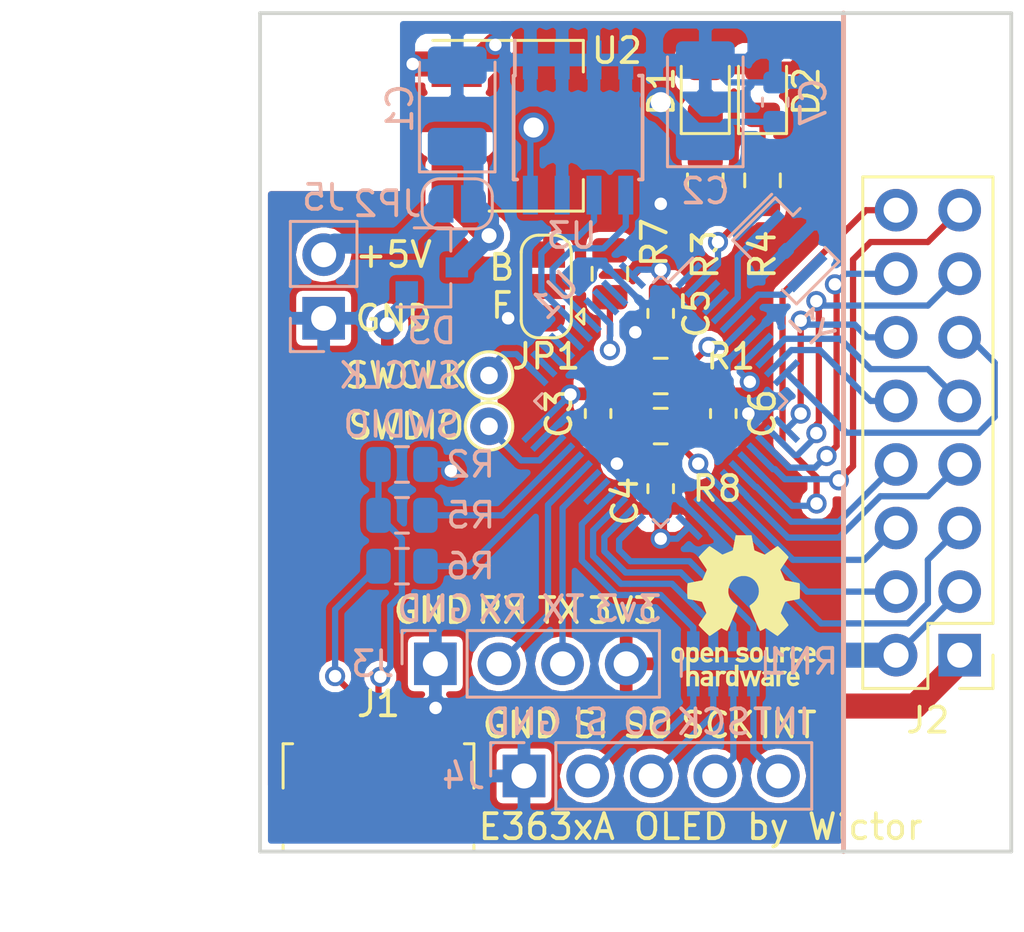
<source format=kicad_pcb>
(kicad_pcb (version 20171130) (host pcbnew 5.0.2+dfsg1-1)
  (title_block (title "E3634A OLED") (rev A) (comment 3 "Released as open source hardware") (comment 4 "Licensed under CERN Open Hardware Licence v1.2 "))
  (layers (0 F.Cu signal) (31 B.Cu signal hide) (34 B.Paste user hide) (35 F.Paste user hide) (36 B.SilkS user hide) (37 F.SilkS user) (38 B.Mask user hide) (39 F.Mask user hide) (44 Edge.Cuts user))
  (net 0 "")
  (net 1 GND)
  (net 2 +3V3)
  (net 3 "Net-(D1-Pad1)")
  (net 4 "Net-(D2-Pad1)")
  (net 5 VBUS)
  (net 6 "Net-(J1-Pad2)")
  (net 7 "Net-(J1-Pad3)")
  (net 8 /DB0)
  (net 9 /DB1)
  (net 10 /DB2)
  (net 11 /DB3)
  (net 12 /DB4)
  (net 13 /DB5)
  (net 14 /DB6)
  (net 15 /DB7)
  (net 16 /RD)
  (net 17 /WR)
  (net 18 /Reset)
  (net 19 /CS)
  (net 20 /USART_RX)
  (net 21 /USART_TX)
  (net 22 /SPI_INT)
  (net 23 /SPI_SCK)
  (net 24 /SPI_MISO)
  (net 25 /SPI_MOSI)
  (net 26 "Net-(JP1-Pad2)")
  (net 27 "Net-(R1-Pad2)")
  (net 28 /PC13)
  (net 29 /USBDP)
  (net 30 /USBDN)
  (net 31 /BOOT0)
  (net 32 /BOOT1)
  (net 33 "Net-(U1-Pad5)")
  (net 34 "Net-(U1-Pad6)")
  (net 35 /Vin)
  (net 36 "Net-(RN1-Pad7)")
  (net 37 "Net-(RN1-Pad8)")
  (net 38 "Net-(RN1-Pad6)")
  (net 39 "Net-(RN1-Pad5)")
  (net 40 /SCL)
  (net 41 /SDA)
  (net 42 "Net-(J1-Pad4)")
  (net 43 "Net-(U1-Pad1)")
  (net 44 "Net-(U1-Pad3)")
  (net 45 "Net-(U1-Pad4)")
  (net 46 "Net-(U1-Pad29)")
  (net 47 "Net-(U1-Pad38)")
  (net 48 "Net-(U1-Pad39)")
  (net 49 "Net-(U1-Pad40)")
  (net 50 "Net-(U1-Pad41)")
  (net 51 "Net-(U1-Pad45)")
  (net 52 "Net-(U1-Pad46)")
  (net 53 /SWCLK)
  (net 54 /SWDIO)
  (net 55 +5V)
  (module Connector_USB:USB_Micro-B_Molex_47346-0001 (layer F.Cu) (at 54.73022 70.90306)
    (fp_text reference J1 (at 0 -3.3 -180) (layer F.SilkS))
    (fp_text value USB_B_Micro)
    (pad 6 smd rect (at 0.84 1.2) (size 1.175 1.9) (layers F.Cu F.Paste F.Mask) (net 1 GND))
    (pad 6 smd rect (at -0.84 1.2) (size 1.175 1.9) (layers F.Cu F.Paste F.Mask) (net 1 GND))
    (pad 6 smd rect (at 2.91 1.2) (size 2.375 1.9) (layers F.Cu F.Paste F.Mask) (net 1 GND))
    (pad 6 smd rect (at -2.91 1.2) (size 2.375 1.9) (layers F.Cu F.Paste F.Mask) (net 1 GND))
    (pad 6 smd rect (at 2.4625 -1.1) (size 1.475 2.1) (layers F.Cu F.Paste F.Mask) (net 1 GND))
    (pad 6 smd rect (at -2.4625 -1.1) (size 1.475 2.1) (layers F.Cu F.Paste F.Mask) (net 1 GND))
    (pad 5 smd rect (at 1.3 -1.46) (size 0.45 1.38) (layers F.Cu F.Paste F.Mask) (net 1 GND))
    (pad 4 smd rect (at 0.65 -1.46) (size 0.45 1.38) (layers F.Cu F.Paste F.Mask) (net 42 "Net-(J1-Pad4)"))
    (pad 3 smd rect (at 0 -1.46) (size 0.45 1.38) (layers F.Cu F.Paste F.Mask) (net 7 "Net-(J1-Pad3)"))
    (pad 2 smd rect (at -0.65 -1.46) (size 0.45 1.38) (layers F.Cu F.Paste F.Mask) (net 6 "Net-(J1-Pad2)"))
    (pad 1 smd rect (at -1.3 -1.46) (size 0.45 1.38) (layers F.Cu F.Paste F.Mask) (net 5 VBUS))
  )
  (module Connector_PinHeader_2.54mm:PinHeader_1x04_P2.54mm_Vertical (layer B.Cu) (at 57 66 270)
    (fp_text reference J3 (at 0 2.5) (layer B.SilkS) (effects (justify mirror)))
    (fp_text value UART)
    (pad 4 thru_hole oval (at 0 -7.62 270) (size 1.7 1.7) (drill 1) (layers *.Cu *.Mask) (net 2 +3V3))
    (pad 3 thru_hole oval (at 0 -5.08 270) (size 1.7 1.7) (drill 1) (layers *.Cu *.Mask) (net 21 /USART_TX))
    (pad 2 thru_hole oval (at 0 -2.54 270) (size 1.7 1.7) (drill 1) (layers *.Cu *.Mask) (net 20 /USART_RX))
    (pad 1 thru_hole rect (at 0 0 270) (size 1.7 1.7) (drill 1) (layers *.Cu *.Mask) (net 1 GND))
  )
  (module Connector_PinHeader_2.54mm:PinHeader_2x08_P2.54mm_Vertical (layer F.Cu) (at 77.94 65.654 180)
    (fp_text reference J2 (at 1.27 -2.6 180) (layer F.SilkS))
    (fp_text value DISPLAY)
    (pad 16 thru_hole oval (at 2.54 17.78 180) (size 1.7 1.7) (drill 1) (layers *.Cu *.Mask) (net 15 /DB7))
    (pad 15 thru_hole oval (at 0 17.78 180) (size 1.7 1.7) (drill 1) (layers *.Cu *.Mask) (net 14 /DB6))
    (pad 14 thru_hole oval (at 2.54 15.24 180) (size 1.7 1.7) (drill 1) (layers *.Cu *.Mask) (net 13 /DB5))
    (pad 13 thru_hole oval (at 0 15.24 180) (size 1.7 1.7) (drill 1) (layers *.Cu *.Mask) (net 12 /DB4))
    (pad 12 thru_hole oval (at 2.54 12.7 180) (size 1.7 1.7) (drill 1) (layers *.Cu *.Mask) (net 11 /DB3))
    (pad 11 thru_hole oval (at 0 12.7 180) (size 1.7 1.7) (drill 1) (layers *.Cu *.Mask) (net 10 /DB2))
    (pad 10 thru_hole oval (at 2.54 10.16 180) (size 1.7 1.7) (drill 1) (layers *.Cu *.Mask) (net 9 /DB1))
    (pad 9 thru_hole oval (at 0 10.16 180) (size 1.7 1.7) (drill 1) (layers *.Cu *.Mask) (net 8 /DB0))
    (pad 8 thru_hole oval (at 2.54 7.62 180) (size 1.7 1.7) (drill 1) (layers *.Cu *.Mask) (net 16 /RD))
    (pad 7 thru_hole oval (at 0 7.62 180) (size 1.7 1.7) (drill 1) (layers *.Cu *.Mask) (net 17 /WR))
    (pad 6 thru_hole oval (at 2.54 5.08 180) (size 1.7 1.7) (drill 1) (layers *.Cu *.Mask) (net 32 /BOOT1))
    (pad 5 thru_hole oval (at 0 5.08 180) (size 1.7 1.7) (drill 1) (layers *.Cu *.Mask) (net 19 /CS))
    (pad 4 thru_hole oval (at 2.54 2.54 180) (size 1.7 1.7) (drill 1) (layers *.Cu *.Mask) (net 18 /Reset))
    (pad 3 thru_hole oval (at 0 2.54 180) (size 1.7 1.7) (drill 1) (layers *.Cu *.Mask) (net 1 GND))
    (pad 2 thru_hole oval (at 2.54 0 180) (size 1.7 1.7) (drill 1) (layers *.Cu *.Mask) (net 1 GND))
    (pad 1 thru_hole rect (at 0 0 180) (size 1.7 1.7) (drill 1) (layers *.Cu *.Mask) (net 2 +3V3))
  )
  (module Capacitor_SMD:C_0603_1608Metric (layer F.Cu) (at 63.5 56 270)
    (fp_text reference C3 (at 0.002 1.562 270) (layer F.SilkS))
    (fp_text value 0.1uF)
    (pad 1 smd roundrect (at -0.7875 0 270) (size 0.875 0.95) (layers F.Cu F.Paste F.Mask) (net 2 +3V3))
    (pad 2 smd roundrect (at 0.7875 0 270) (size 0.875 0.95) (layers F.Cu F.Paste F.Mask) (net 1 GND))
  )
  (module Capacitor_SMD:C_0603_1608Metric (layer F.Cu) (at 66 59 90)
    (fp_text reference C4 (at -0.5 -1.43 90) (layer F.SilkS))
    (fp_text value 0.1uF)
    (pad 2 smd roundrect (at 0.7875 0 90) (size 0.875 0.95) (layers F.Cu F.Paste F.Mask) (net 1 GND))
    (pad 1 smd roundrect (at -0.7875 0 90) (size 0.875 0.95) (layers F.Cu F.Paste F.Mask) (net 2 +3V3))
  )
  (module Capacitor_SMD:C_0603_1608Metric (layer F.Cu) (at 66 52 270)
    (fp_text reference C5 (at 0 -1.43 270) (layer F.SilkS))
    (fp_text value 0.1uF)
    (pad 1 smd roundrect (at -0.7875 0 270) (size 0.875 0.95) (layers F.Cu F.Paste F.Mask) (net 2 +3V3))
    (pad 2 smd roundrect (at 0.7875 0 270) (size 0.875 0.95) (layers F.Cu F.Paste F.Mask) (net 1 GND))
  )
  (module Capacitor_SMD:C_0603_1608Metric (layer F.Cu) (at 68.5 56 270)
    (fp_text reference C6 (at 0.002 -1.566 270) (layer F.SilkS))
    (fp_text value 0.1uF)
    (pad 2 smd roundrect (at 0.7875 0 270) (size 0.875 0.95) (layers F.Cu F.Paste F.Mask) (net 1 GND))
    (pad 1 smd roundrect (at -0.7875 0 270) (size 0.875 0.95) (layers F.Cu F.Paste F.Mask) (net 2 +3V3))
  )
  (module LED_SMD:LED_0805_2012Metric (layer F.Cu) (at 67.78 43.1265 90)
    (fp_text reference D1 (at 0 -1.75 90) (layer F.SilkS))
    (fp_text value PWR)
    (pad 2 smd roundrect (at 0.9375 0 90) (size 0.975 1.4) (layers F.Cu F.Paste F.Mask) (net 2 +3V3))
    (pad 1 smd roundrect (at -0.9375 0 90) (size 0.975 1.4) (layers F.Cu F.Paste F.Mask) (net 3 "Net-(D1-Pad1)"))
  )
  (module LED_SMD:LED_0805_2012Metric (layer F.Cu) (at 70.066 43.1265 90)
    (fp_text reference D2 (at 0 1.75 90) (layer F.SilkS))
    (fp_text value STATUS)
    (pad 1 smd roundrect (at -0.9375 0 90) (size 0.975 1.4) (layers F.Cu F.Paste F.Mask) (net 4 "Net-(D2-Pad1)"))
    (pad 2 smd roundrect (at 0.9375 0 90) (size 0.975 1.4) (layers F.Cu F.Paste F.Mask) (net 2 +3V3))
  )
  (module Package_TO_SOT_SMD:SOT-23 (layer B.Cu) (at 56.858 50.16)
    (fp_text reference D3 (at 0 2.54 180) (layer B.SilkS) (effects (justify mirror)))
    (fp_text value BAT54C)
    (pad 1 smd rect (at -1 0.95) (size 0.9 0.8) (layers B.Cu B.Paste B.Mask) (net 5 VBUS))
    (pad 2 smd rect (at -1 -0.95) (size 0.9 0.8) (layers B.Cu B.Paste B.Mask) (net 55 +5V))
    (pad 3 smd rect (at 1 0) (size 0.9 0.8) (layers B.Cu B.Paste B.Mask) (net 35 /Vin))
  )
  (module Jumper:SolderJumper-3_P1.3mm_Open_RoundedPad1.0x1.5mm (layer F.Cu) (at 61.43 50.922 90)
    (fp_text reference JP1 (at -2.794 0 180) (layer F.SilkS))
    (fp_text value BOOT)
    (pad 1 smd custom (at -1.3 0 90) (size 1 0.5) (layers F.Cu F.Mask) (net 1 GND) (options (clearance outline) (anchor rect)) (primitives (gr_circle (center 0 0.25) (end 0.5 0.25) (width 0)) (gr_circle (center 0 -0.25) (end 0.5 -0.25) (width 0)) (gr_poly (pts (xy 0.55 -0.75) (xy 0 -0.75) (xy 0 0.75) (xy 0.55 0.75)) (width 0))))
    (pad 3 smd custom (at 1.3 0 90) (size 1 0.5) (layers F.Cu F.Mask) (net 2 +3V3) (options (clearance outline) (anchor rect)) (primitives (gr_circle (center 0 0.25) (end 0.5 0.25) (width 0)) (gr_circle (center 0 -0.25) (end 0.5 -0.25) (width 0)) (gr_poly (pts (xy -0.55 -0.75) (xy 0 -0.75) (xy 0 0.75) (xy -0.55 0.75)) (width 0))))
    (pad 2 smd rect (at 0 0 90) (size 1 1.5) (layers F.Cu F.Mask) (net 26 "Net-(JP1-Pad2)"))
  )
  (module Resistor_SMD:R_0805_2012Metric (layer F.Cu) (at 66 54.5)
    (fp_text reference R1 (at 2.796 -0.784) (layer F.SilkS))
    (fp_text value 100k)
    (pad 2 smd roundrect (at 0.9375 0) (size 0.975 1.4) (layers F.Cu F.Paste F.Mask) (net 27 "Net-(R1-Pad2)"))
    (pad 1 smd roundrect (at -0.9375 0) (size 0.975 1.4) (layers F.Cu F.Paste F.Mask) (net 2 +3V3))
  )
  (module Resistor_SMD:R_0805_2012Metric (layer B.Cu) (at 55.6665 58.034)
    (fp_text reference R2 (at 2.7409 0) (layer B.SilkS) (effects (justify mirror)))
    (fp_text value 1K5)
    (pad 1 smd roundrect (at -0.9375 0) (size 0.975 1.4) (layers B.Cu B.Paste B.Mask) (net 7 "Net-(J1-Pad3)"))
    (pad 2 smd roundrect (at 0.9375 0) (size 0.975 1.4) (layers B.Cu B.Paste B.Mask) (net 2 +3V3))
  )
  (module Resistor_SMD:R_0805_2012Metric (layer F.Cu) (at 67.78 46.6825 270)
    (fp_text reference R3 (at 2.9695 0 270) (layer F.SilkS))
    (fp_text value 1K)
    (pad 1 smd roundrect (at -0.9375 0 270) (size 0.975 1.4) (layers F.Cu F.Paste F.Mask) (net 3 "Net-(D1-Pad1)"))
    (pad 2 smd roundrect (at 0.9375 0 270) (size 0.975 1.4) (layers F.Cu F.Paste F.Mask) (net 1 GND))
  )
  (module Resistor_SMD:R_0805_2012Metric (layer F.Cu) (at 70.066 46.6825 270)
    (fp_text reference R4 (at 2.9695 0 270) (layer F.SilkS))
    (fp_text value 1K)
    (pad 1 smd roundrect (at -0.9375 0 270) (size 0.975 1.4) (layers F.Cu F.Paste F.Mask) (net 4 "Net-(D2-Pad1)"))
    (pad 2 smd roundrect (at 0.9375 0 270) (size 0.975 1.4) (layers F.Cu F.Paste F.Mask) (net 28 /PC13))
  )
  (module Resistor_SMD:R_0805_2012Metric (layer B.Cu) (at 55.666499 60.066 180)
    (fp_text reference R5 (at -2.75 0 180) (layer B.SilkS) (effects (justify mirror)))
    (fp_text value 22R)
    (pad 2 smd roundrect (at 0.937501 0 180) (size 0.975 1.4) (layers B.Cu B.Paste B.Mask) (net 7 "Net-(J1-Pad3)"))
    (pad 1 smd roundrect (at -0.937501 0 180) (size 0.975 1.4) (layers B.Cu B.Paste B.Mask) (net 29 /USBDP))
  )
  (module Resistor_SMD:R_0805_2012Metric (layer B.Cu) (at 55.6665 62.098 180)
    (fp_text reference R6 (at -2.73304 0 180) (layer B.SilkS) (effects (justify mirror)))
    (fp_text value 22R)
    (pad 2 smd roundrect (at 0.9375 0 180) (size 0.975 1.4) (layers B.Cu B.Paste B.Mask) (net 6 "Net-(J1-Pad2)"))
    (pad 1 smd roundrect (at -0.9375 0 180) (size 0.975 1.4) (layers B.Cu B.Paste B.Mask) (net 30 /USBDN))
  )
  (module Resistor_SMD:R_0805_2012Metric (layer F.Cu) (at 63.97 50.414 270)
    (fp_text reference R7 (at -1.25 -1.778 270) (layer F.SilkS))
    (fp_text value 100k)
    (pad 1 smd roundrect (at -0.9375 0 270) (size 0.975 1.4) (layers F.Cu F.Paste F.Mask) (net 26 "Net-(JP1-Pad2)"))
    (pad 2 smd roundrect (at 0.9375 0 270) (size 0.975 1.4) (layers F.Cu F.Paste F.Mask) (net 31 /BOOT0))
  )
  (module Resistor_SMD:R_0805_2012Metric (layer F.Cu) (at 66 56.5)
    (fp_text reference R8 (at 2.25 2.5) (layer F.SilkS))
    (fp_text value 100k)
    (pad 2 smd roundrect (at 0.9375 0) (size 0.975 1.4) (layers F.Cu F.Paste F.Mask) (net 32 /BOOT1))
    (pad 1 smd roundrect (at -0.9375 0) (size 0.975 1.4) (layers F.Cu F.Paste F.Mask) (net 1 GND))
  )
  (module Package_QFP:LQFP-48_7x7mm_P0.5mm (layer B.Cu) (at 66 55.5 225)
    (fp_text reference U1 (at 0 6 225) (layer B.SilkS) (effects (justify mirror)))
    (fp_text value STM32F103C8Tx)
    (pad 1 smd rect (at -4.35 2.75 225) (size 1.3 0.25) (layers B.Cu B.Paste B.Mask) (net 43 "Net-(U1-Pad1)"))
    (pad 2 smd rect (at -4.35 2.25 225) (size 1.3 0.25) (layers B.Cu B.Paste B.Mask) (net 28 /PC13))
    (pad 3 smd rect (at -4.35 1.749999 225) (size 1.3 0.25) (layers B.Cu B.Paste B.Mask) (net 44 "Net-(U1-Pad3)"))
    (pad 4 smd rect (at -4.35 1.25 225) (size 1.3 0.25) (layers B.Cu B.Paste B.Mask) (net 45 "Net-(U1-Pad4)"))
    (pad 5 smd rect (at -4.35 0.750001 225) (size 1.3 0.25) (layers B.Cu B.Paste B.Mask) (net 33 "Net-(U1-Pad5)"))
    (pad 6 smd rect (at -4.35 0.25 225) (size 1.3 0.25) (layers B.Cu B.Paste B.Mask) (net 34 "Net-(U1-Pad6)"))
    (pad 7 smd rect (at -4.35 -0.25 225) (size 1.3 0.25) (layers B.Cu B.Paste B.Mask) (net 27 "Net-(R1-Pad2)"))
    (pad 8 smd rect (at -4.35 -0.750001 225) (size 1.3 0.25) (layers B.Cu B.Paste B.Mask) (net 1 GND))
    (pad 9 smd rect (at -4.35 -1.25 225) (size 1.3 0.25) (layers B.Cu B.Paste B.Mask) (net 2 +3V3))
    (pad 10 smd rect (at -4.35 -1.749999 225) (size 1.3 0.25) (layers B.Cu B.Paste B.Mask) (net 8 /DB0))
    (pad 11 smd rect (at -4.35 -2.25 225) (size 1.3 0.25) (layers B.Cu B.Paste B.Mask) (net 9 /DB1))
    (pad 12 smd rect (at -4.35 -2.75 225) (size 1.3 0.25) (layers B.Cu B.Paste B.Mask) (net 10 /DB2))
    (pad 13 smd rect (at -2.75 -4.35 135) (size 1.3 0.25) (layers B.Cu B.Paste B.Mask) (net 11 /DB3))
    (pad 14 smd rect (at -2.25 -4.35 135) (size 1.3 0.25) (layers B.Cu B.Paste B.Mask) (net 12 /DB4))
    (pad 15 smd rect (at -1.749999 -4.35 135) (size 1.3 0.25) (layers B.Cu B.Paste B.Mask) (net 13 /DB5))
    (pad 16 smd rect (at -1.25 -4.35 135) (size 1.3 0.25) (layers B.Cu B.Paste B.Mask) (net 14 /DB6))
    (pad 17 smd rect (at -0.750001 -4.35 135) (size 1.3 0.25) (layers B.Cu B.Paste B.Mask) (net 15 /DB7))
    (pad 18 smd rect (at -0.25 -4.35 135) (size 1.3 0.25) (layers B.Cu B.Paste B.Mask) (net 16 /RD))
    (pad 19 smd rect (at 0.25 -4.35 135) (size 1.3 0.25) (layers B.Cu B.Paste B.Mask) (net 17 /WR))
    (pad 20 smd rect (at 0.750001 -4.35 135) (size 1.3 0.25) (layers B.Cu B.Paste B.Mask) (net 32 /BOOT1))
    (pad 21 smd rect (at 1.25 -4.35 135) (size 1.3 0.25) (layers B.Cu B.Paste B.Mask) (net 18 /Reset))
    (pad 22 smd rect (at 1.749999 -4.35 135) (size 1.3 0.25) (layers B.Cu B.Paste B.Mask) (net 19 /CS))
    (pad 23 smd rect (at 2.25 -4.35 135) (size 1.3 0.25) (layers B.Cu B.Paste B.Mask) (net 1 GND))
    (pad 24 smd rect (at 2.75 -4.35 135) (size 1.3 0.25) (layers B.Cu B.Paste B.Mask) (net 2 +3V3))
    (pad 25 smd rect (at 4.35 -2.75 225) (size 1.3 0.25) (layers B.Cu B.Paste B.Mask) (net 37 "Net-(RN1-Pad8)"))
    (pad 26 smd rect (at 4.35 -2.25 225) (size 1.3 0.25) (layers B.Cu B.Paste B.Mask) (net 36 "Net-(RN1-Pad7)"))
    (pad 27 smd rect (at 4.35 -1.749999 225) (size 1.3 0.25) (layers B.Cu B.Paste B.Mask) (net 38 "Net-(RN1-Pad6)"))
    (pad 28 smd rect (at 4.35 -1.25 225) (size 1.3 0.25) (layers B.Cu B.Paste B.Mask) (net 39 "Net-(RN1-Pad5)"))
    (pad 29 smd rect (at 4.35 -0.750001 225) (size 1.3 0.25) (layers B.Cu B.Paste B.Mask) (net 46 "Net-(U1-Pad29)"))
    (pad 30 smd rect (at 4.35 -0.25 225) (size 1.3 0.25) (layers B.Cu B.Paste B.Mask) (net 21 /USART_TX))
    (pad 31 smd rect (at 4.35 0.25 225) (size 1.3 0.25) (layers B.Cu B.Paste B.Mask) (net 20 /USART_RX))
    (pad 32 smd rect (at 4.35 0.750001 225) (size 1.3 0.25) (layers B.Cu B.Paste B.Mask) (net 30 /USBDN))
    (pad 33 smd rect (at 4.35 1.25 225) (size 1.3 0.25) (layers B.Cu B.Paste B.Mask) (net 29 /USBDP))
    (pad 34 smd rect (at 4.35 1.749999 225) (size 1.3 0.25) (layers B.Cu B.Paste B.Mask) (net 54 /SWDIO))
    (pad 35 smd rect (at 4.35 2.25 225) (size 1.3 0.25) (layers B.Cu B.Paste B.Mask) (net 1 GND))
    (pad 36 smd rect (at 4.35 2.75 225) (size 1.3 0.25) (layers B.Cu B.Paste B.Mask) (net 2 +3V3))
    (pad 37 smd rect (at 2.75 4.35 135) (size 1.3 0.25) (layers B.Cu B.Paste B.Mask) (net 53 /SWCLK))
    (pad 38 smd rect (at 2.25 4.35 135) (size 1.3 0.25) (layers B.Cu B.Paste B.Mask) (net 47 "Net-(U1-Pad38)"))
    (pad 39 smd rect (at 1.749999 4.35 135) (size 1.3 0.25) (layers B.Cu B.Paste B.Mask) (net 48 "Net-(U1-Pad39)"))
    (pad 40 smd rect (at 1.25 4.35 135) (size 1.3 0.25) (layers B.Cu B.Paste B.Mask) (net 49 "Net-(U1-Pad40)"))
    (pad 41 smd rect (at 0.750001 4.35 135) (size 1.3 0.25) (layers B.Cu B.Paste B.Mask) (net 50 "Net-(U1-Pad41)"))
    (pad 42 smd rect (at 0.25 4.35 135) (size 1.3 0.25) (layers B.Cu B.Paste B.Mask) (net 40 /SCL))
    (pad 43 smd rect (at -0.25 4.35 135) (size 1.3 0.25) (layers B.Cu B.Paste B.Mask) (net 41 /SDA))
    (pad 44 smd rect (at -0.750001 4.35 135) (size 1.3 0.25) (layers B.Cu B.Paste B.Mask) (net 31 /BOOT0))
    (pad 45 smd rect (at -1.25 4.35 135) (size 1.3 0.25) (layers B.Cu B.Paste B.Mask) (net 51 "Net-(U1-Pad45)"))
    (pad 46 smd rect (at -1.749999 4.35 135) (size 1.3 0.25) (layers B.Cu B.Paste B.Mask) (net 52 "Net-(U1-Pad46)"))
    (pad 47 smd rect (at -2.25 4.35 135) (size 1.3 0.25) (layers B.Cu B.Paste B.Mask) (net 1 GND))
    (pad 48 smd rect (at -2.75 4.35 135) (size 1.3 0.25) (layers B.Cu B.Paste B.Mask) (net 2 +3V3))
  )
  (module Package_TO_SOT_SMD:SOT-223-3_TabPin2 (layer F.Cu) (at 61 44.5)
    (fp_text reference U2 (at 3.25 -3) (layer F.SilkS))
    (fp_text value LM1117-3.3)
    (pad 2 smd rect (at 3.15 0) (size 2 3.8) (layers F.Cu F.Paste F.Mask) (net 2 +3V3))
    (pad 2 smd rect (at -3.15 0) (size 2 1.5) (layers F.Cu F.Paste F.Mask) (net 2 +3V3))
    (pad 3 smd rect (at -3.15 2.3) (size 2 1.5) (layers F.Cu F.Paste F.Mask) (net 35 /Vin))
    (pad 1 smd rect (at -3.15 -2.3) (size 2 1.5) (layers F.Cu F.Paste F.Mask) (net 1 GND))
  )
  (module Crystal:Resonator_SMD_muRata_CSTxExxV-3Pin_3.0x1.1mm (layer B.Cu) (at 71 49.5 315)
    (fp_text reference Y1 (at 2.828427 1.414214 315) (layer B.SilkS) (effects (justify mirror)))
    (fp_text value 8M)
    (pad 1 smd rect (at -1.2 0 315) (size 0.4 1.9) (layers B.Cu B.Paste B.Mask) (net 33 "Net-(U1-Pad5)"))
    (pad 2 smd rect (at 0 0 315) (size 0.4 1.9) (layers B.Cu B.Paste B.Mask) (net 1 GND))
    (pad 3 smd rect (at 1.2 0 315) (size 0.4 1.9) (layers B.Cu B.Paste B.Mask) (net 34 "Net-(U1-Pad6)"))
  )
  (module MountingHole:MountingHole_3.2mm_M3_ISO14580 (layer F.Cu) (at 52.5 42.5)
    (fp_text reference MH1 hide)
    (fp_text value MountingHole)
    (pad 1 np_thru_hole circle (at 0 0) (size 3.2 3.2) (drill 3.2) (layers *.Cu *.Mask))
  )
  (module MountingHole:MountingHole_3.2mm_M3_ISO14580 (layer F.Cu) (at 77.5 42.5)
    (fp_text reference MH2 hide)
    (fp_text value MountingHole)
    (pad 1 np_thru_hole circle (at 0 0) (size 3.2 3.2) (drill 3.2) (layers *.Cu *.Mask))
  )
  (module MountingHole:MountingHole_3.2mm_M3_ISO14580 (layer F.Cu) (at 77.5 71)
    (fp_text reference MH3 hide)
    (fp_text value MountingHole)
    (pad 1 np_thru_hole circle (at 0 0) (size 3.2 3.2) (drill 3.2) (layers *.Cu *.Mask))
  )
  (module Capacitor_Tantalum_SMD:CP_EIA-3528-21_Kemet-B_Pad1.50x2.35mm_HandSolder (layer B.Cu) (at 57.874 43.709 90)
    (fp_text reference C1 (at -0.101 -2.286 90) (layer B.SilkS) (effects (justify mirror)))
    (fp_text value 47uF)
    (pad 2 smd roundrect (at 1.625 0 90) (size 1.5 2.35) (layers B.Cu B.Paste B.Mask) (roundrect_rratio 0.166667) (net 1 GND))
    (pad 1 smd roundrect (at -1.625 0 90) (size 1.5 2.35) (layers B.Cu B.Paste B.Mask) (roundrect_rratio 0.166667) (net 35 /Vin))
  )
  (module Capacitor_Tantalum_SMD:CP_EIA-3528-21_Kemet-B_Pad1.50x2.35mm_HandSolder (layer B.Cu) (at 67.78 43.5 90)
    (fp_text reference C2 (at -3.612 0 180) (layer B.SilkS) (effects (justify mirror)))
    (fp_text value 47uF)
    (pad 1 smd roundrect (at -1.625 0 90) (size 1.5 2.35) (layers B.Cu B.Paste B.Mask) (roundrect_rratio 0.166667) (net 2 +3V3))
    (pad 2 smd roundrect (at 1.625 0 90) (size 1.5 2.35) (layers B.Cu B.Paste B.Mask) (roundrect_rratio 0.166667) (net 1 GND))
  )
  (module Resistor_SMD:R_Array_Convex_4x0603 (layer B.Cu) (at 68.5 66 90)
    (fp_text reference RN1 (at 0.092 3.09 180) (layer B.SilkS) (effects (justify mirror)))
    (fp_text value 10K)
    (pad 1 smd rect (at -0.9 1.2 90) (size 0.8 0.5) (layers B.Cu B.Paste B.Mask) (net 22 /SPI_INT))
    (pad 3 smd rect (at -0.9 -0.4 90) (size 0.8 0.4) (layers B.Cu B.Paste B.Mask) (net 24 /SPI_MISO))
    (pad 2 smd rect (at -0.9 0.4 90) (size 0.8 0.4) (layers B.Cu B.Paste B.Mask) (net 23 /SPI_SCK))
    (pad 4 smd rect (at -0.9 -1.2 90) (size 0.8 0.5) (layers B.Cu B.Paste B.Mask) (net 25 /SPI_MOSI))
    (pad 7 smd rect (at 0.9 0.4 90) (size 0.8 0.4) (layers B.Cu B.Paste B.Mask) (net 36 "Net-(RN1-Pad7)"))
    (pad 8 smd rect (at 0.9 1.2 90) (size 0.8 0.5) (layers B.Cu B.Paste B.Mask) (net 37 "Net-(RN1-Pad8)"))
    (pad 6 smd rect (at 0.9 -0.4 90) (size 0.8 0.4) (layers B.Cu B.Paste B.Mask) (net 38 "Net-(RN1-Pad6)"))
    (pad 5 smd rect (at 0.9 -1.2 90) (size 0.8 0.5) (layers B.Cu B.Paste B.Mask) (net 39 "Net-(RN1-Pad5)"))
  )
  (module Capacitor_SMD:C_0603_1608Metric (layer B.Cu) (at 70.574 43.556 90)
    (fp_text reference C7 (at -0.015001 1.524 90) (layer B.SilkS) (effects (justify mirror)))
    (fp_text value 0.1uF)
    (pad 1 smd roundrect (at -0.7875 0 90) (size 0.875 0.95) (layers B.Cu B.Paste B.Mask) (net 2 +3V3))
    (pad 2 smd roundrect (at 0.7875 0 90) (size 0.875 0.95) (layers B.Cu B.Paste B.Mask) (net 1 GND))
  )
  (module Package_SO:SOIC-8_3.9x4.9mm_P1.27mm (layer B.Cu) (at 62.7 44.572 270)
    (fp_text reference U3 (at 4.318 0.254) (layer B.SilkS) (effects (justify mirror)))
    (fp_text value AT24C02)
    (pad 1 smd rect (at -2.7 1.905 270) (size 1.55 0.6) (layers B.Cu B.Paste B.Mask) (net 1 GND))
    (pad 2 smd rect (at -2.7 0.635 270) (size 1.55 0.6) (layers B.Cu B.Paste B.Mask) (net 1 GND))
    (pad 3 smd rect (at -2.7 -0.635 270) (size 1.55 0.6) (layers B.Cu B.Paste B.Mask) (net 1 GND))
    (pad 4 smd rect (at -2.7 -1.905 270) (size 1.55 0.6) (layers B.Cu B.Paste B.Mask) (net 1 GND))
    (pad 5 smd rect (at 2.7 -1.905 270) (size 1.55 0.6) (layers B.Cu B.Paste B.Mask) (net 41 /SDA))
    (pad 6 smd rect (at 2.7 -0.635 270) (size 1.55 0.6) (layers B.Cu B.Paste B.Mask) (net 40 /SCL))
    (pad 7 smd rect (at 2.7 0.635 270) (size 1.55 0.6) (layers B.Cu B.Paste B.Mask) (net 1 GND))
    (pad 8 smd rect (at 2.7 1.905 270) (size 1.55 0.6) (layers B.Cu B.Paste B.Mask) (net 2 +3V3))
  )
  (module Connector_PinHeader_2.54mm:PinHeader_1x05_P2.54mm_Vertical (layer B.Cu) (at 60.541 70.48 270)
    (fp_text reference J4 (at 0 2.413) (layer B.SilkS) (effects (justify mirror)))
    (fp_text value FP)
    (pad 1 thru_hole rect (at 0 0 270) (size 1.7 1.7) (drill 1) (layers *.Cu *.Mask) (net 1 GND))
    (pad 2 thru_hole oval (at 0 -2.54 270) (size 1.7 1.7) (drill 1) (layers *.Cu *.Mask) (net 25 /SPI_MOSI))
    (pad 3 thru_hole oval (at 0 -5.08 270) (size 1.7 1.7) (drill 1) (layers *.Cu *.Mask) (net 24 /SPI_MISO))
    (pad 4 thru_hole oval (at 0 -7.62 270) (size 1.7 1.7) (drill 1) (layers *.Cu *.Mask) (net 23 /SPI_SCK))
    (pad 5 thru_hole oval (at 0 -10.16 270) (size 1.7 1.7) (drill 1) (layers *.Cu *.Mask) (net 22 /SPI_INT))
  )
  (module Connector_PinHeader_2.54mm:PinHeader_1x02_P2.54mm_Vertical (layer B.Cu) (at 52.54 52.192)
    (fp_text reference J5 (at 0 -4.826) (layer B.SilkS) (effects (justify mirror)))
    (fp_text value DISPLAYPWR)
    (pad 1 thru_hole rect (at 0 0) (size 1.7 1.7) (drill 1) (layers *.Cu *.Mask) (net 1 GND))
    (pad 2 thru_hole oval (at 0 -2.54) (size 1.7 1.7) (drill 1) (layers *.Cu *.Mask) (net 55 +5V))
  )
  (module Jumper:SolderJumper-2_P1.3mm_Open_RoundedPad1.0x1.5mm (layer B.Cu) (at 57.874 47.62)
    (fp_text reference JP2 (at -2.794 0) (layer B.SilkS) (effects (justify mirror)))
    (fp_text value "Diode bypass")
    (pad 1 smd custom (at -0.65 0) (size 1 0.5) (layers B.Cu B.Mask) (net 55 +5V) (options (clearance outline) (anchor rect)) (primitives (gr_circle (center 0 -0.25) (end 0.5 -0.25) (width 0)) (gr_circle (center 0 0.25) (end 0.5 0.25) (width 0)) (gr_poly (pts (xy 0 0.75) (xy 0.5 0.75) (xy 0.5 -0.75) (xy 0 -0.75)) (width 0))))
    (pad 2 smd custom (at 0.65 0) (size 1 0.5) (layers B.Cu B.Mask) (net 35 /Vin) (options (clearance outline) (anchor rect)) (primitives (gr_circle (center 0 -0.25) (end 0.5 -0.25) (width 0)) (gr_circle (center 0 0.25) (end 0.5 0.25) (width 0)) (gr_poly (pts (xy 0 0.75) (xy -0.5 0.75) (xy -0.5 -0.75) (xy 0 -0.75)) (width 0))))
  )
  (module TestPoint:TestPoint_THTPad_D1.5mm_Drill0.7mm (layer F.Cu) (at 59.144 56.51)
    (fp_text reference TP1 hide)
    (fp_text value TestPoint)
    (pad 1 thru_hole circle (at 0 0) (size 1.5 1.5) (drill 0.7) (layers *.Cu *.Mask) (net 54 /SWDIO))
  )
  (module TestPoint:TestPoint_THTPad_D1.5mm_Drill0.7mm (layer F.Cu) (at 59.144 54.478)
    (fp_text reference TP2 hide)
    (fp_text value TestPoint)
    (pad 1 thru_hole circle (at 0 0) (size 1.5 1.5) (drill 0.7) (layers *.Cu *.Mask) (net 53 /SWCLK))
  )
  (module Symbol:OSHW-Logo_5.7x6mm_SilkScreen (layer F.Cu) (at 69.304 63.876)
    (fp_text reference REF** hide)
    (fp_text value OSHW-Logo_5.7x6mm_SilkScreen hide)
  )
  (gr_text SWDIO (at 55.6388 56.4338) (layer B.SilkS) (effects (font (size 1 1)) (justify mirror)))
  (gr_text SWCLK (at 55.588 54.478) (layer B.SilkS) (effects (font (size 1 1)) (justify mirror)))
  (gr_text B (at 59.652 50.16) (layer F.SilkS) (effects (font (size 1 1))))
  (gr_text F (at 59.652 51.684) (layer F.SilkS) (effects (font (size 1 1))))
  (gr_text INT (at 71.082 68.448) (layer F.SilkS) (effects (font (size 1 1))))
  (gr_text SCK (at 68.288 68.448) (layer F.SilkS) (effects (font (size 1 1))))
  (gr_text SO (at 65.494 68.448) (layer F.SilkS) (effects (font (size 1 1))))
  (gr_text SI (at 63.208 68.448) (layer F.SilkS) (effects (font (size 1 1))))
  (gr_text GND (at 60.414 68.448) (layer F.SilkS) (effects (font (size 1 1))))
  (gr_text SWCLK (at 55.842 54.478) (layer F.SilkS) (effects (font (size 1 1))))
  (gr_text SWDIO (at 55.842 56.51) (layer F.SilkS) (effects (font (size 1 1))))
  (gr_text 3V3 (at 64.478 63.876) (layer F.SilkS) (effects (font (size 1 1))))
  (gr_text TX (at 61.938 63.876) (layer F.SilkS) (effects (font (size 1 1))))
  (gr_text RX (at 59.652 63.876) (layer F.SilkS) (effects (font (size 1 1))))
  (gr_text GND (at 56.858 63.876) (layer F.SilkS) (effects (font (size 1 1))))
  (gr_text +5V (at 55.334 49.652) (layer F.SilkS) (effects (font (size 1 1))))
  (gr_text GND (at 55.334 52.192) (layer F.SilkS) (effects (font (size 1 1))))
  (gr_text "E363xA OLED by Wictor" (at 58.636 72.512) (layer F.SilkS) (effects (font (size 1 1)) (justify left)))
  (gr_text INT (at 70.828 68.321) (layer B.SilkS) (effects (font (size 1 1)) (justify mirror)))
  (gr_text SCK (at 68.1 68.321) (layer B.SilkS) (effects (font (size 1 1)) (justify mirror)))
  (gr_text SO (at 65.494 68.321) (layer B.SilkS) (effects (font (size 1 1)) (justify mirror)))
  (gr_text SI (at 63.2 68.321) (layer B.SilkS) (effects (font (size 1 1)) (justify mirror)))
  (gr_text GND (at 60.541 68.321) (layer B.SilkS) (effects (font (size 1 1)) (justify mirror)))
  (gr_text 3v3 (at 64.7 63.8) (layer B.SilkS) (effects (font (size 1 1)) (justify mirror)))
  (gr_text TX (at 62.1 63.8) (layer B.SilkS) (effects (font (size 1 1)) (justify mirror)))
  (gr_text RX (at 59.7 63.8) (layer B.SilkS) (effects (font (size 1 1)) (justify mirror)))
  (gr_text GND (at 57 63.8) (layer B.SilkS) (effects (font (size 1 1)) (justify mirror)))
  (gr_line (start 73.3 40) (end 73.3 73.5) (layer B.SilkS) (width 0.2))
  (gr_line (start 50 73.5) (end 50 40) (layer Edge.Cuts) (width 0.15))
  (gr_line (start 80 73.5) (end 50 73.5) (layer Edge.Cuts) (width 0.15))
  (gr_line (start 80 40) (end 80 73.5) (layer Edge.Cuts) (width 0.15))
  (gr_line (start 50 40) (end 80 40) (layer Edge.Cuts) (width 0.15))
  (via (at 64.25 58) (size 0.8) (drill 0.5) (layers F.Cu B.Cu) (net 1))
  (segment (start 63.5 56.7875) (end 63.5 57.25) (width 0.25) (layer F.Cu) (net 1))
  (segment (start 63.5 57.25) (end 64.25 58) (width 0.25) (layer F.Cu) (net 1))
  (segment (start 65.0625 57.1875) (end 64.25 58) (width 0.25) (layer F.Cu) (net 1))
  (segment (start 65.0625 56.5) (end 65.0625 57.1875) (width 0.25) (layer F.Cu) (net 1))
  (segment (start 64.4625 58.2125) (end 64.25 58) (width 0.25) (layer F.Cu) (net 1))
  (segment (start 66 58.2125) (end 64.4625 58.2125) (width 0.25) (layer F.Cu) (net 1))
  (via (at 69.5 56) (size 0.8) (drill 0.5) (layers F.Cu B.Cu) (net 1))
  (segment (start 68.5 56.7875) (end 68.7125 56.7875) (width 0.25) (layer F.Cu) (net 1))
  (segment (start 68.7125 56.7875) (end 69.5 56) (width 0.25) (layer F.Cu) (net 1))
  (via (at 64.986 52.75) (size 0.8) (drill 0.5) (layers F.Cu B.Cu) (net 1))
  (segment (start 66 52.7875) (end 64.7875 52.7875) (width 0.25) (layer F.Cu) (net 1))
  (segment (start 64.7875 52.7875) (end 64.75 52.75) (width 0.25) (layer F.Cu) (net 1))
  (via (at 59.906 52.192) (size 0.8) (drill 0.5) (layers F.Cu B.Cu) (net 1))
  (segment (start 77.94 63.248066) (end 77.94 63.114) (width 0.254) (layer B.Cu) (net 1))
  (segment (start 75.4 65.654) (end 75.534066 65.654) (width 0.254) (layer B.Cu) (net 1))
  (segment (start 76.219991 64.834009) (end 75.4 65.654) (width 0.25) (layer B.Cu) (net 1))
  (segment (start 77.94 63.114) (end 76.219991 64.834009) (width 0.25) (layer B.Cu) (net 1))
  (segment (start 75.4 65.654) (end 72.606 65.654) (width 1) (layer B.Cu) (net 1))
  (segment (start 52.26772 71.65556) (end 51.82022 72.10306) (width 0.5) (layer F.Cu) (net 1))
  (segment (start 52.26772 69.80306) (end 52.26772 71.65556) (width 0.5) (layer F.Cu) (net 1))
  (segment (start 51.82022 72.10306) (end 53.89022 72.10306) (width 0.5) (layer F.Cu) (net 1))
  (segment (start 53.89022 72.10306) (end 55.57022 72.10306) (width 0.5) (layer F.Cu) (net 1))
  (segment (start 55.57022 72.10306) (end 57.64022 72.10306) (width 0.5) (layer F.Cu) (net 1))
  (segment (start 57.19272 71.65556) (end 57.64022 72.10306) (width 0.5) (layer F.Cu) (net 1))
  (segment (start 57.19272 69.80306) (end 57.19272 71.65556) (width 0.5) (layer F.Cu) (net 1))
  (via (at 57.0104 67.7622) (size 0.8) (drill 0.5) (layers F.Cu B.Cu) (net 1))
  (segment (start 57 67.7518) (end 57.0104 67.7622) (width 0.5) (layer B.Cu) (net 1))
  (segment (start 57.0104 69.62074) (end 57.19272 69.80306) (width 0.5) (layer F.Cu) (net 1))
  (segment (start 57.0104 67.7622) (end 57.0104 69.62074) (width 0.5) (layer F.Cu) (net 1))
  (segment (start 56.03022 69.44306) (end 56.03022 68.10738) (width 0.25) (layer F.Cu) (net 1))
  (segment (start 56.3754 67.7622) (end 57.0104 67.7622) (width 0.25) (layer F.Cu) (net 1))
  (segment (start 56.03022 68.10738) (end 56.3754 67.7622) (width 0.25) (layer F.Cu) (net 1))
  (segment (start 68.6735 42.7685) (end 70.574 42.7685) (width 0.25) (layer B.Cu) (net 1))
  (segment (start 67.78 41.875) (end 68.6735 42.7685) (width 0.25) (layer B.Cu) (net 1))
  (via (at 66.002 47.62) (size 0.8) (drill 0.5) (layers F.Cu B.Cu) (net 1))
  (segment (start 66.002 47.62) (end 67.78 47.62) (width 0.25) (layer F.Cu) (net 1))
  (via (at 56.096 42.032) (size 0.8) (drill 0.5) (layers F.Cu B.Cu) (net 1))
  (segment (start 57.682 42.032) (end 57.85 42.2) (width 1) (layer F.Cu) (net 1))
  (segment (start 56.096 42.032) (end 57.682 42.032) (width 1) (layer F.Cu) (net 1))
  (via (at 59.398 41.27) (size 0.8) (drill 0.5) (layers F.Cu B.Cu) (net 1))
  (segment (start 58.468 42.2) (end 59.398 41.27) (width 1) (layer F.Cu) (net 1))
  (segment (start 57.85 42.2) (end 58.468 42.2) (width 1) (layer F.Cu) (net 1))
  (segment (start 61.4 52.192) (end 61.43 52.222) (width 0.25) (layer F.Cu) (net 1))
  (segment (start 59.906 52.192) (end 61.4 52.192) (width 0.25) (layer F.Cu) (net 1))
  (segment (start 57 66) (end 57 67.7518) (width 0.5) (layer B.Cu) (net 1))
  (via (at 66 61) (size 0.8) (drill 0.5) (layers F.Cu B.Cu) (net 2))
  (segment (start 66 59.7875) (end 66 61) (width 0.25) (layer F.Cu) (net 2))
  (segment (start 66.651829 61) (end 67.131371 60.520458) (width 0.25) (layer B.Cu) (net 2))
  (segment (start 66 61) (end 66.651829 61) (width 0.25) (layer B.Cu) (net 2))
  (via (at 69.558 54.732) (size 0.8) (drill 0.5) (layers F.Cu B.Cu) (net 2))
  (segment (start 65.098158 50.250013) (end 65.434315 50.250013) (width 0.25) (layer B.Cu) (net 2))
  (via (at 66 50.250013) (size 0.8) (drill 0.5) (layers F.Cu B.Cu) (net 2))
  (segment (start 64.868629 50.479542) (end 65.098158 50.250013) (width 0.25) (layer B.Cu) (net 2))
  (segment (start 66 51.2125) (end 66 50.250013) (width 0.25) (layer F.Cu) (net 2))
  (segment (start 65.434315 50.250013) (end 66 50.250013) (width 0.25) (layer B.Cu) (net 2))
  (segment (start 64.2125 54.5) (end 63.5 55.2125) (width 0.5) (layer F.Cu) (net 2))
  (segment (start 65.0625 54.5) (end 64.2125 54.5) (width 0.5) (layer F.Cu) (net 2))
  (via (at 66.002 43.556) (size 1.2) (drill 0.8) (layers F.Cu B.Cu) (net 2))
  (segment (start 69.158001 54.332001) (end 69.558 54.732) (width 0.25) (layer B.Cu) (net 2))
  (segment (start 69.158001 54.109766) (end 69.158001 54.332001) (width 0.25) (layer B.Cu) (net 2))
  (segment (start 69.959798 53.307969) (end 69.158001 54.109766) (width 0.25) (layer B.Cu) (net 2))
  (via (at 62.3952 55.24) (size 0.8) (drill 0.5) (layers F.Cu B.Cu) (net 2))
  (segment (start 61.860907 55.750006) (end 60.979542 56.631371) (width 0.25) (layer B.Cu) (net 2))
  (segment (start 62.3952 55.24) (end 61.860907 55.750006) (width 0.25) (layer B.Cu) (net 2))
  (via (at 57.62 58.288) (size 0.8) (drill 0.5) (layers F.Cu B.Cu) (net 2))
  (segment (start 67.571 45.125) (end 66.002 43.556) (width 1) (layer B.Cu) (net 2))
  (segment (start 67.78 45.125) (end 67.571 45.125) (width 1) (layer B.Cu) (net 2))
  (segment (start 65.058 44.5) (end 66.002 43.556) (width 1) (layer F.Cu) (net 2))
  (segment (start 64.15 44.5) (end 65.058 44.5) (width 1) (layer F.Cu) (net 2))
  (segment (start 59.1 44.5) (end 64.15 44.5) (width 0.25) (layer F.Cu) (net 2))
  (segment (start 57.85 44.5) (end 59.1 44.5) (width 0.25) (layer F.Cu) (net 2))
  (segment (start 68.5615 44.3435) (end 67.78 45.125) (width 0.25) (layer B.Cu) (net 2))
  (segment (start 70.574 44.3435) (end 68.5615 44.3435) (width 0.25) (layer B.Cu) (net 2))
  (via (at 60.922 44.572) (size 1.2) (drill 0.8) (layers F.Cu B.Cu) (net 2))
  (segment (start 60.795 44.699) (end 60.922 44.572) (width 0.25) (layer B.Cu) (net 2))
  (segment (start 60.795 47.272) (end 60.795 44.699) (width 0.25) (layer B.Cu) (net 2))
  (segment (start 77.94 65.654) (end 77.94 65.908) (width 1) (layer F.Cu) (net 2))
  (segment (start 77.94 65.908) (end 76.162 67.686) (width 1) (layer F.Cu) (net 2))
  (segment (start 76.162 67.686) (end 72.352 67.686) (width 1) (layer F.Cu) (net 2))
  (segment (start 57.366 58.034) (end 57.62 58.288) (width 0.25) (layer B.Cu) (net 2))
  (segment (start 56.604 58.034) (end 57.366 58.034) (width 0.25) (layer B.Cu) (net 2))
  (segment (start 61.43 45.08) (end 60.922 44.572) (width 0.25) (layer F.Cu) (net 2))
  (segment (start 61.43 49.622) (end 61.43 45.08) (width 0.25) (layer F.Cu) (net 2))
  (segment (start 67.78 45.745) (end 67.78 44.064) (width 0.25) (layer F.Cu) (net 3))
  (segment (start 70.066 45.745) (end 70.066 44.064) (width 0.25) (layer F.Cu) (net 4))
  (segment (start 53.43022 68.50306) (end 51.524 66.797) (width 0.4) (layer F.Cu) (net 5))
  (segment (start 53.43022 69.44306) (end 53.43022 68.50306) (width 0.4) (layer F.Cu) (net 5))
  (via (at 55.08 52.446) (size 1.2) (drill 0.6) (layers F.Cu B.Cu) (net 5))
  (segment (start 55.858 51.668) (end 55.08 52.446) (width 0.8) (layer B.Cu) (net 5))
  (segment (start 55.858 51.11) (end 55.858 51.668) (width 0.8) (layer B.Cu) (net 5))
  (segment (start 55.08 53.97) (end 51.524 57.526) (width 0.5) (layer F.Cu) (net 5))
  (segment (start 55.08 52.446) (end 55.08 53.97) (width 0.5) (layer F.Cu) (net 5))
  (segment (start 51.524 57.526) (end 51.524 66.797) (width 0.5) (layer F.Cu) (net 5))
  (via (at 52.9972 66.4922) (size 0.8) (drill 0.5) (layers F.Cu B.Cu) (net 6))
  (segment (start 53.556 63.271) (end 54.729 62.098) (width 0.25) (layer B.Cu) (net 6))
  (segment (start 52.9972 63.8298) (end 53.556 63.271) (width 0.25) (layer B.Cu) (net 6))
  (segment (start 52.9972 66.4922) (end 52.9972 63.8298) (width 0.25) (layer B.Cu) (net 6))
  (segment (start 54.08022 67.57522) (end 52.9972 66.4922) (width 0.25) (layer F.Cu) (net 6))
  (segment (start 54.08022 69.44306) (end 54.08022 67.57522) (width 0.25) (layer F.Cu) (net 6))
  (segment (start 54.729 60.065998) (end 54.728998 60.066) (width 0.25) (layer B.Cu) (net 7))
  (segment (start 54.729 58.034) (end 54.729 60.065998) (width 0.25) (layer B.Cu) (net 7))
  (via (at 54.8006 66.5176) (size 0.8) (drill 0.5) (layers F.Cu B.Cu) (net 7))
  (segment (start 55.6642 61.001202) (end 54.728998 60.066) (width 0.25) (layer B.Cu) (net 7))
  (segment (start 55.6642 63.2156) (end 55.6642 61.001202) (width 0.25) (layer B.Cu) (net 7))
  (segment (start 55.200599 63.679201) (end 55.6642 63.2156) (width 0.25) (layer B.Cu) (net 7))
  (segment (start 55.200599 66.117601) (end 55.200599 63.679201) (width 0.25) (layer B.Cu) (net 7))
  (segment (start 54.8006 66.5176) (end 55.200599 66.117601) (width 0.25) (layer B.Cu) (net 7))
  (segment (start 54.73022 66.58798) (end 54.8006 66.5176) (width 0.25) (layer F.Cu) (net 7))
  (segment (start 54.73022 69.44306) (end 54.73022 66.58798) (width 0.25) (layer F.Cu) (net 7))
  (segment (start 70.84368 53.131193) (end 70.313351 53.661522) (width 0.25) (layer B.Cu) (net 8))
  (segment (start 70.962883 53.01199) (end 70.84368 53.131193) (width 0.25) (layer B.Cu) (net 8))
  (segment (start 73.17199 53.01199) (end 73.114 53.01199) (width 0.25) (layer B.Cu) (net 8))
  (segment (start 74.384 54.224) (end 73.17199 53.01199) (width 0.25) (layer B.Cu) (net 8))
  (segment (start 77.94 55.494) (end 76.67 54.224) (width 0.25) (layer B.Cu) (net 8))
  (segment (start 76.67 54.224) (end 74.384 54.224) (width 0.25) (layer B.Cu) (net 8))
  (segment (start 73.114 53.01199) (end 70.962883 53.01199) (width 0.25) (layer B.Cu) (net 8))
  (segment (start 74.384 55.494) (end 75.4 55.494) (width 0.25) (layer B.Cu) (net 9))
  (segment (start 72.352 53.462) (end 74.384 55.494) (width 0.25) (layer B.Cu) (net 9))
  (segment (start 70.666905 54.015076) (end 71.219981 53.462) (width 0.25) (layer B.Cu) (net 9))
  (segment (start 71.219981 53.462) (end 72.352 53.462) (width 0.25) (layer B.Cu) (net 9))
  (segment (start 77.94 52.954) (end 78.321 52.954) (width 0.25) (layer B.Cu) (net 10))
  (segment (start 78.321 52.954) (end 79.337 53.97) (width 0.25) (layer B.Cu) (net 10))
  (segment (start 79.337 53.97) (end 79.337 56.129) (width 0.25) (layer B.Cu) (net 10))
  (segment (start 79.337 56.129) (end 78.702 56.764) (width 0.25) (layer B.Cu) (net 10))
  (segment (start 73.415829 56.764) (end 71.020458 54.368629) (width 0.25) (layer B.Cu) (net 10))
  (segment (start 78.702 56.764) (end 73.415829 56.764) (width 0.25) (layer B.Cu) (net 10))
  (segment (start 75.4 52.954) (end 74.257 52.954) (width 0.25) (layer B.Cu) (net 11))
  (segment (start 74.257 52.954) (end 73.749 52.446) (width 0.25) (layer B.Cu) (net 11))
  (via (at 71.59 52.28699) (size 0.8) (drill 0.5) (layers F.Cu B.Cu) (net 11))
  (segment (start 73.749 52.446) (end 71.74901 52.446) (width 0.25) (layer B.Cu) (net 11))
  (segment (start 71.74901 52.446) (end 71.59 52.28699) (width 0.25) (layer B.Cu) (net 11))
  (segment (start 71.59 52.28699) (end 71.59 52.852675) (width 0.25) (layer F.Cu) (net 11))
  (via (at 71.59 56.002) (size 0.8) (drill 0.5) (layers F.Cu B.Cu) (net 11))
  (segment (start 71.59 52.852675) (end 71.59 56.002) (width 0.25) (layer F.Cu) (net 11))
  (segment (start 71.59 56.061829) (end 71.020458 56.631371) (width 0.25) (layer B.Cu) (net 11))
  (segment (start 71.59 56.002) (end 71.59 56.061829) (width 0.25) (layer B.Cu) (net 11))
  (segment (start 70.666905 56.984924) (end 71.334981 57.653) (width 0.25) (layer B.Cu) (net 12))
  (segment (start 71.334981 57.653) (end 71.463 57.653) (width 0.25) (layer B.Cu) (net 12))
  (via (at 72.214696 56.78287) (size 0.8) (drill 0.5) (layers F.Cu B.Cu) (net 12))
  (segment (start 71.463 57.653) (end 72.214696 56.901304) (width 0.25) (layer B.Cu) (net 12))
  (segment (start 72.214696 56.901304) (end 72.214696 56.78287) (width 0.25) (layer B.Cu) (net 12))
  (segment (start 72.315001 56.350001) (end 72.315001 51.901001) (width 0.25) (layer F.Cu) (net 12))
  (segment (start 72.214696 56.78287) (end 72.214696 56.450306) (width 0.25) (layer F.Cu) (net 12))
  (segment (start 72.214696 56.450306) (end 72.315001 56.350001) (width 0.25) (layer F.Cu) (net 12))
  (via (at 72.214904 51.506286) (size 0.8) (drill 0.5) (layers F.Cu B.Cu) (net 12))
  (segment (start 72.315001 51.901001) (end 72.214904 51.800904) (width 0.25) (layer F.Cu) (net 12))
  (segment (start 72.214904 51.800904) (end 72.214904 51.506286) (width 0.25) (layer F.Cu) (net 12))
  (segment (start 72.392618 51.684) (end 72.214904 51.506286) (width 0.25) (layer B.Cu) (net 12))
  (segment (start 77.94 50.414) (end 76.67 51.684) (width 0.25) (layer B.Cu) (net 12))
  (segment (start 76.67 51.684) (end 72.392618 51.684) (width 0.25) (layer B.Cu) (net 12))
  (segment (start 70.313351 57.338478) (end 71.135873 58.161) (width 0.25) (layer B.Cu) (net 13))
  (via (at 72.624839 57.694893) (size 0.8) (drill 0.5) (layers F.Cu B.Cu) (net 13))
  (segment (start 71.135873 58.161) (end 72.158732 58.161) (width 0.25) (layer B.Cu) (net 13))
  (segment (start 72.158732 58.161) (end 72.624839 57.694893) (width 0.25) (layer B.Cu) (net 13))
  (via (at 72.956082 50.834975) (size 0.8) (drill 0.5) (layers F.Cu B.Cu) (net 13))
  (segment (start 73.024838 50.903731) (end 72.956082 50.834975) (width 0.25) (layer F.Cu) (net 13))
  (segment (start 72.624839 57.694893) (end 73.024838 57.294894) (width 0.25) (layer F.Cu) (net 13))
  (segment (start 73.024838 57.294894) (end 73.024838 50.903731) (width 0.25) (layer F.Cu) (net 13))
  (segment (start 73.377057 50.414) (end 75.4 50.414) (width 0.25) (layer B.Cu) (net 13))
  (segment (start 72.956082 50.834975) (end 73.377057 50.414) (width 0.25) (layer B.Cu) (net 13))
  (via (at 73.114 58.669) (size 0.8) (drill 0.5) (layers F.Cu B.Cu) (net 14))
  (segment (start 76.67 49.144) (end 77.94 47.874) (width 0.25) (layer F.Cu) (net 14))
  (segment (start 74.384 49.144) (end 76.67 49.144) (width 0.25) (layer F.Cu) (net 14))
  (segment (start 73.681083 49.846917) (end 74.384 49.144) (width 0.25) (layer F.Cu) (net 14))
  (segment (start 73.114 58.669) (end 73.681083 58.101917) (width 0.25) (layer F.Cu) (net 14))
  (segment (start 73.681083 58.101917) (end 73.681083 49.846917) (width 0.25) (layer F.Cu) (net 14))
  (segment (start 73.068053 58.623053) (end 73.114 58.669) (width 0.25) (layer B.Cu) (net 14))
  (segment (start 70.961516 58.623053) (end 73.068053 58.623053) (width 0.25) (layer B.Cu) (net 14))
  (segment (start 70.560823 58.22236) (end 70.961516 58.623053) (width 0.25) (layer B.Cu) (net 14))
  (segment (start 70.490127 58.22236) (end 70.560823 58.22236) (width 0.25) (layer B.Cu) (net 14))
  (segment (start 69.959798 57.692031) (end 70.490127 58.22236) (width 0.25) (layer B.Cu) (net 14))
  (segment (start 74.197919 47.874) (end 73.495 48.576919) (width 0.25) (layer F.Cu) (net 15))
  (segment (start 75.4 47.874) (end 74.197919 47.874) (width 0.25) (layer F.Cu) (net 15))
  (segment (start 70.864999 51.20692) (end 70.864999 57.181999) (width 0.25) (layer F.Cu) (net 15))
  (segment (start 73.495 48.576919) (end 70.864999 51.20692) (width 0.25) (layer F.Cu) (net 15))
  (segment (start 70.864999 57.181999) (end 72.225 58.542) (width 0.25) (layer F.Cu) (net 15))
  (segment (start 71.245661 59.685) (end 72.135 59.685) (width 0.25) (layer B.Cu) (net 15))
  (segment (start 69.606245 58.045584) (end 71.245661 59.685) (width 0.25) (layer B.Cu) (net 15))
  (via (at 72.225 59.595) (size 0.8) (drill 0.5) (layers F.Cu B.Cu) (net 15))
  (segment (start 72.135 59.685) (end 72.225 59.595) (width 0.25) (layer B.Cu) (net 15))
  (segment (start 72.225 58.542) (end 72.225 59.595) (width 0.25) (layer F.Cu) (net 15))
  (segment (start 72.225 59.595) (end 72.225 59.685) (width 0.25) (layer F.Cu) (net 15))
  (segment (start 75.4 58.034) (end 74.504533 58.929467) (width 0.25) (layer B.Cu) (net 16))
  (segment (start 69.78302 58.929467) (end 69.818467 58.929467) (width 0.25) (layer B.Cu) (net 16))
  (segment (start 69.252691 58.399138) (end 69.78302 58.929467) (width 0.25) (layer B.Cu) (net 16))
  (segment (start 69.818467 58.929467) (end 71.209 60.32) (width 0.25) (layer B.Cu) (net 16))
  (segment (start 73.114 60.32) (end 74.504533 58.929467) (width 0.25) (layer B.Cu) (net 16))
  (segment (start 71.209 60.32) (end 73.114 60.32) (width 0.25) (layer B.Cu) (net 16))
  (segment (start 76.67 59.304) (end 77.94 58.034) (width 0.25) (layer B.Cu) (net 17))
  (segment (start 69.429467 59.28302) (end 69.429467 59.302467) (width 0.25) (layer B.Cu) (net 17))
  (segment (start 69.429467 59.302467) (end 71.082 60.955) (width 0.25) (layer B.Cu) (net 17))
  (segment (start 73.11541 60.955) (end 74.76641 59.304) (width 0.25) (layer B.Cu) (net 17))
  (segment (start 68.899138 58.752691) (end 69.429467 59.28302) (width 0.25) (layer B.Cu) (net 17))
  (segment (start 71.082 60.955) (end 73.11541 60.955) (width 0.25) (layer B.Cu) (net 17))
  (segment (start 74.76641 59.304) (end 76.67 59.304) (width 0.25) (layer B.Cu) (net 17))
  (segment (start 71.026243 62.29401) (end 71.026243 62.296243) (width 0.25) (layer B.Cu) (net 18))
  (segment (start 68.192031 59.459798) (end 71.026243 62.29401) (width 0.25) (layer B.Cu) (net 18))
  (segment (start 71.844 63.114) (end 75.4 63.114) (width 0.25) (layer B.Cu) (net 18))
  (segment (start 71.026243 62.296243) (end 71.844 63.114) (width 0.25) (layer B.Cu) (net 18))
  (segment (start 67.838478 59.813351) (end 72.409127 64.384) (width 0.25) (layer B.Cu) (net 19))
  (segment (start 75.869002 64.384) (end 76.67 63.583002) (width 0.25) (layer B.Cu) (net 19))
  (segment (start 72.409127 64.384) (end 75.869002 64.384) (width 0.25) (layer B.Cu) (net 19))
  (segment (start 76.67 61.844) (end 77.94 60.574) (width 0.25) (layer B.Cu) (net 19))
  (segment (start 76.67 63.583002) (end 76.67 61.844) (width 0.25) (layer B.Cu) (net 19))
  (segment (start 61.5 59.646447) (end 62.747309 58.399138) (width 0.25) (layer B.Cu) (net 20))
  (segment (start 61.5 64.04) (end 59.54 66) (width 0.25) (layer B.Cu) (net 20))
  (segment (start 61.5 59.646447) (end 61.5 64.04) (width 0.25) (layer B.Cu) (net 20))
  (segment (start 62.08 59.773553) (end 63.100862 58.752691) (width 0.25) (layer B.Cu) (net 21))
  (segment (start 62.08 59.773553) (end 62.08 66) (width 0.25) (layer B.Cu) (net 21))
  (segment (start 69.7 69.5) (end 70.7 70.5) (width 0.25) (layer B.Cu) (net 22))
  (segment (start 69.7 66.9) (end 69.7 69.5) (width 0.25) (layer B.Cu) (net 22))
  (segment (start 68.9 69.76) (end 68.16 70.5) (width 0.25) (layer B.Cu) (net 23))
  (segment (start 68.9 66.9) (end 68.9 69.76) (width 0.25) (layer B.Cu) (net 23))
  (segment (start 68.1 68.02) (end 65.62 70.5) (width 0.25) (layer B.Cu) (net 24))
  (segment (start 68.1 66.9) (end 68.1 68.02) (width 0.25) (layer B.Cu) (net 24))
  (segment (start 64.58 69) (end 63.08 70.5) (width 0.25) (layer B.Cu) (net 25))
  (segment (start 66 69) (end 64.58 69) (width 0.25) (layer B.Cu) (net 25))
  (segment (start 67.3 66.9) (end 67.3 67.7) (width 0.25) (layer B.Cu) (net 25))
  (segment (start 67.3 67.7) (end 66 69) (width 0.25) (layer B.Cu) (net 25))
  (segment (start 62.5245 50.922) (end 61.43 50.922) (width 0.25) (layer F.Cu) (net 26))
  (segment (start 63.97 49.4765) (end 62.5245 50.922) (width 0.25) (layer F.Cu) (net 26))
  (via (at 67.907 53.335) (size 0.8) (drill 0.5) (layers F.Cu B.Cu) (net 27))
  (segment (start 68.518553 53.335) (end 67.907 53.335) (width 0.25) (layer B.Cu) (net 27))
  (segment (start 69.252691 52.600862) (end 68.518553 53.335) (width 0.25) (layer B.Cu) (net 27))
  (segment (start 66.9375 54.3045) (end 67.907 53.335) (width 0.25) (layer F.Cu) (net 27))
  (segment (start 66.9375 54.5) (end 66.9375 54.3045) (width 0.25) (layer F.Cu) (net 27))
  (via (at 68.288 49.144) (size 0.8) (drill 0.5) (layers F.Cu B.Cu) (net 28))
  (segment (start 68.288 50.030019) (end 68.288 49.144) (width 0.25) (layer B.Cu) (net 28))
  (segment (start 67.484924 50.833095) (end 68.288 50.030019) (width 0.25) (layer B.Cu) (net 28))
  (segment (start 68.288 49.144) (end 69.05 48.382) (width 0.25) (layer F.Cu) (net 28))
  (segment (start 69.255763 48.176237) (end 69.05 48.382) (width 0.25) (layer F.Cu) (net 28))
  (segment (start 69.509763 48.176237) (end 69.255763 48.176237) (width 0.25) (layer F.Cu) (net 28))
  (segment (start 70.066 47.62) (end 69.509763 48.176237) (width 0.25) (layer F.Cu) (net 28))
  (segment (start 61.509873 58.22236) (end 62.040202 57.692031) (width 0.25) (layer B.Cu) (net 29))
  (segment (start 61.317233 58.415) (end 62.040202 57.692031) (width 0.25) (layer B.Cu) (net 29))
  (segment (start 59.666233 60.066) (end 62.040202 57.692031) (width 0.25) (layer B.Cu) (net 29))
  (segment (start 56.604 60.066) (end 59.666233 60.066) (width 0.25) (layer B.Cu) (net 29))
  (segment (start 58.341339 62.098) (end 62.393755 58.045584) (width 0.25) (layer B.Cu) (net 30))
  (segment (start 56.604 62.098) (end 58.341339 62.098) (width 0.25) (layer B.Cu) (net 30))
  (via (at 63.97 53.462) (size 0.8) (drill 0.5) (layers F.Cu B.Cu) (net 31))
  (segment (start 63.97 51.3515) (end 63.97 52.954) (width 0.25) (layer F.Cu) (net 31))
  (segment (start 63.97 53.462) (end 63.97 52.954) (width 0.25) (layer F.Cu) (net 31))
  (segment (start 63.984745 52.424084) (end 63.454416 51.893755) (width 0.25) (layer B.Cu) (net 31))
  (segment (start 63.984745 52.88157) (end 63.984745 52.424084) (width 0.25) (layer B.Cu) (net 31))
  (segment (start 63.97 52.896315) (end 63.984745 52.88157) (width 0.25) (layer B.Cu) (net 31))
  (segment (start 63.97 53.462) (end 63.97 52.896315) (width 0.25) (layer B.Cu) (net 31))
  (via (at 67.5 58) (size 0.8) (drill 0.5) (layers F.Cu B.Cu) (net 32))
  (segment (start 66.9375 56.5) (end 66.9375 57.4375) (width 0.25) (layer F.Cu) (net 32))
  (segment (start 66.9375 57.4375) (end 67.5 58) (width 0.25) (layer F.Cu) (net 32))
  (segment (start 67.5 58.060661) (end 68.545584 59.106245) (width 0.25) (layer B.Cu) (net 32))
  (segment (start 67.5 58) (end 67.5 58.060661) (width 0.25) (layer B.Cu) (net 32))
  (segment (start 68.545584 59.106245) (end 71.283339 61.844) (width 0.25) (layer B.Cu) (net 32))
  (segment (start 74.13 61.844) (end 75.4 60.574) (width 0.25) (layer B.Cu) (net 32))
  (segment (start 71.283339 61.844) (end 74.13 61.844) (width 0.25) (layer B.Cu) (net 32))
  (segment (start 69.409011 49.393933) (end 70.151472 48.651472) (width 0.25) (layer B.Cu) (net 33))
  (segment (start 69.075913 49.727031) (end 69.409011 49.393933) (width 0.25) (layer B.Cu) (net 33))
  (segment (start 69.075913 51.363426) (end 69.075913 49.727031) (width 0.25) (layer B.Cu) (net 33))
  (segment (start 68.545584 51.893755) (end 69.075913 51.363426) (width 0.25) (layer B.Cu) (net 33))
  (segment (start 70.947056 51.25) (end 71.848528 50.348528) (width 0.25) (layer B.Cu) (net 34))
  (segment (start 68.899138 52.247309) (end 69.896447 51.25) (width 0.25) (layer B.Cu) (net 34))
  (segment (start 69.896447 51.25) (end 70.947056 51.25) (width 0.25) (layer B.Cu) (net 34))
  (segment (start 57.858 45.35) (end 57.874 45.334) (width 1) (layer B.Cu) (net 35))
  (via (at 59.144 48.89) (size 1.2) (drill 0.6) (layers F.Cu B.Cu) (net 35))
  (segment (start 57.85 46.8) (end 57.85 47.596) (width 1) (layer F.Cu) (net 35))
  (segment (start 57.85 47.596) (end 58.89 48.636) (width 1) (layer F.Cu) (net 35))
  (segment (start 57.874 50.16) (end 59.144 48.89) (width 0.8) (layer B.Cu) (net 35))
  (segment (start 57.858 50.16) (end 57.874 50.16) (width 0.8) (layer B.Cu) (net 35))
  (segment (start 59.144 48.24) (end 58.524 47.62) (width 0.8) (layer B.Cu) (net 35))
  (segment (start 59.144 48.89) (end 59.144 48.24) (width 0.8) (layer B.Cu) (net 35))
  (segment (start 58.524 45.984) (end 58.524 47.62) (width 0.8) (layer B.Cu) (net 35))
  (segment (start 57.874 45.334) (end 58.524 45.984) (width 0.8) (layer B.Cu) (net 35))
  (segment (start 68.9 64.45) (end 68.9 65.1) (width 0.25) (layer B.Cu) (net 36))
  (segment (start 66.799978 62.349978) (end 68.9 64.45) (width 0.25) (layer B.Cu) (net 36))
  (segment (start 64.599978 62.349978) (end 66.799978 62.349978) (width 0.25) (layer B.Cu) (net 36))
  (segment (start 63.75 61.5) (end 64.599978 62.349978) (width 0.25) (layer B.Cu) (net 36))
  (segment (start 64.515076 60.166905) (end 63.75 60.931981) (width 0.25) (layer B.Cu) (net 36))
  (segment (start 63.75 60.931981) (end 63.75 61.5) (width 0.25) (layer B.Cu) (net 36))
  (segment (start 64.3383 61.45189) (end 64.3383 61.050787) (width 0.25) (layer B.Cu) (net 37))
  (segment (start 64.3383 61.050787) (end 64.868629 60.520458) (width 0.25) (layer B.Cu) (net 37))
  (segment (start 64.786377 61.899967) (end 64.3383 61.45189) (width 0.25) (layer B.Cu) (net 37))
  (segment (start 69.7 64.45) (end 67.149967 61.899967) (width 0.25) (layer B.Cu) (net 37))
  (segment (start 67.149967 61.899967) (end 64.786377 61.899967) (width 0.25) (layer B.Cu) (net 37))
  (segment (start 69.7 65.1) (end 69.7 64.45) (width 0.25) (layer B.Cu) (net 37))
  (segment (start 63.29999 60.674883) (end 64.161522 59.813351) (width 0.25) (layer B.Cu) (net 38))
  (segment (start 68.1 65.1) (end 68.1 64.45) (width 0.25) (layer B.Cu) (net 38))
  (segment (start 68.1 64.45) (end 66.449989 62.799989) (width 0.25) (layer B.Cu) (net 38))
  (segment (start 66.449989 62.799989) (end 64.777167 62.799988) (width 0.25) (layer B.Cu) (net 38))
  (segment (start 64.777167 62.799988) (end 64.413577 62.799987) (width 0.25) (layer B.Cu) (net 38))
  (segment (start 64.413577 62.799987) (end 63.29999 61.6864) (width 0.25) (layer B.Cu) (net 38))
  (segment (start 63.29999 61.6864) (end 63.29999 60.674883) (width 0.25) (layer B.Cu) (net 38))
  (segment (start 66 63.25) (end 64.59 63.25) (width 0.25) (layer B.Cu) (net 39))
  (segment (start 67.3 65.1) (end 67.3 64.55) (width 0.25) (layer B.Cu) (net 39))
  (segment (start 67.3 64.55) (end 66 63.25) (width 0.25) (layer B.Cu) (net 39))
  (segment (start 63.27764 59.990127) (end 63.807969 59.459798) (width 0.25) (layer B.Cu) (net 39))
  (segment (start 62.84998 60.417787) (end 63.27764 59.990127) (width 0.25) (layer B.Cu) (net 39))
  (segment (start 62.84998 61.8728) (end 62.84998 60.417787) (width 0.25) (layer B.Cu) (net 39))
  (segment (start 64.227176 63.249996) (end 62.84998 61.8728) (width 0.25) (layer B.Cu) (net 39))
  (segment (start 64.59 63.249997) (end 64.227176 63.249996) (width 0.25) (layer B.Cu) (net 39))
  (segment (start 64.59 63.25) (end 64.59 63.249997) (width 0.25) (layer B.Cu) (net 39))
  (segment (start 62.68401 48.94799) (end 61.88001 48.94799) (width 0.25) (layer B.Cu) (net 40))
  (segment (start 63.335 47.272) (end 63.335 48.297) (width 0.25) (layer B.Cu) (net 40))
  (segment (start 63.335 48.297) (end 62.68401 48.94799) (width 0.25) (layer B.Cu) (net 40))
  (segment (start 62.21698 52.070533) (end 62.747309 52.600862) (width 0.25) (layer B.Cu) (net 40))
  (segment (start 61.23399 51.087543) (end 62.21698 52.070533) (width 0.25) (layer B.Cu) (net 40))
  (segment (start 61.23399 49.59401) (end 61.23399 51.087543) (width 0.25) (layer B.Cu) (net 40))
  (segment (start 61.88001 48.94799) (end 61.23399 49.59401) (width 0.25) (layer B.Cu) (net 40))
  (segment (start 64.605 47.747) (end 64.605 47.272) (width 0.25) (layer B.Cu) (net 41))
  (segment (start 64.605 48.509) (end 64.605 47.272) (width 0.25) (layer B.Cu) (net 41))
  (segment (start 63.716 49.398) (end 64.605 48.509) (width 0.25) (layer B.Cu) (net 41))
  (segment (start 62.503901 49.398) (end 63.716 49.398) (width 0.25) (layer B.Cu) (net 41))
  (segment (start 61.684 50.217901) (end 62.503901 49.398) (width 0.25) (layer B.Cu) (net 41))
  (segment (start 63.100862 52.247309) (end 61.684 50.830447) (width 0.25) (layer B.Cu) (net 41))
  (segment (start 61.684 50.830447) (end 61.684 50.217901) (width 0.25) (layer B.Cu) (net 41))
  (segment (start 60.237314 53.626401) (end 60.979542 54.368629) (width 0.25) (layer B.Cu) (net 53))
  (segment (start 58.9662 54.3764) (end 59.716199 53.626401) (width 0.25) (layer B.Cu) (net 53))
  (segment (start 59.716199 53.626401) (end 60.237314 53.626401) (width 0.25) (layer B.Cu) (net 53))
  (segment (start 60.426607 57.868807) (end 59.766999 57.209199) (width 0.25) (layer B.Cu) (net 54))
  (segment (start 59.766999 57.209199) (end 59.017 56.4592) (width 0.25) (layer B.Cu) (net 54))
  (segment (start 61.15632 57.868807) (end 60.426607 57.868807) (width 0.25) (layer B.Cu) (net 54))
  (segment (start 61.686649 57.338478) (end 61.15632 57.868807) (width 0.25) (layer B.Cu) (net 54))
  (segment (start 52.982 49.21) (end 52.54 49.652) (width 0.8) (layer B.Cu) (net 55))
  (segment (start 55.858 49.21) (end 52.982 49.21) (width 0.8) (layer B.Cu) (net 55))
  (segment (start 55.858 48.986) (end 57.224 47.62) (width 0.8) (layer B.Cu) (net 55))
  (segment (start 55.858 49.21) (end 55.858 48.986) (width 0.8) (layer B.Cu) (net 55))
  (zone (net 2) (net_name +3V3) (layer F.Cu) (connect_pads (clearance 0.24)) (min_thickness 0.25) (fill yes (arc_segments 16) (thermal_gap 0.508) (thermal_bridge_width 0.508))
    (polygon (pts (xy 50 40) (xy 73.25 40) (xy 73.25 73.5) (xy 50 73.5)))
  )
  (zone (net 1) (net_name GND) (layer B.Cu) (connect_pads (clearance 0.24)) (min_thickness 0.25) (fill yes (arc_segments 16) (thermal_gap 0.508) (thermal_bridge_width 0.508))
    (polygon (pts (xy 50 40) (xy 73.25 40) (xy 73.25 73.5) (xy 50 73.5)))
  )
  (zone (net 0) (net_name "") (layers F&B.Cu) (connect_pads (clearance 0.24)) (min_thickness 0.254)
    (keepout (tracks not_allowed) (vias not_allowed) (copperpour not_allowed))
    (fill (arc_segments 16) (thermal_gap 0.508) (thermal_bridge_width 0.508))
    (polygon (pts (xy 50 40) (xy 55.588 40) (xy 55.588 47.112) (xy 50 47.112)))
  )
)
</source>
